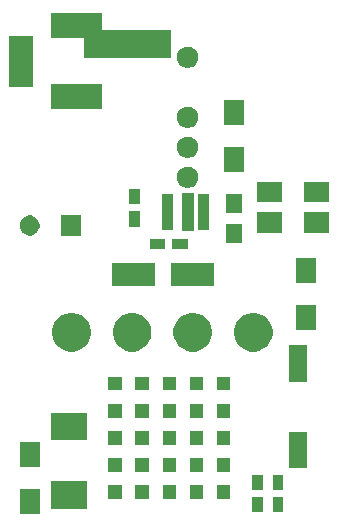
<source format=gts>
G04 #@! TF.GenerationSoftware,KiCad,Pcbnew,5.1.5*
G04 #@! TF.CreationDate,2020-05-16T12:58:33+02:00*
G04 #@! TF.ProjectId,a500_pwr,61353030-5f70-4777-922e-6b696361645f,rev?*
G04 #@! TF.SameCoordinates,Original*
G04 #@! TF.FileFunction,Soldermask,Top*
G04 #@! TF.FilePolarity,Negative*
%FSLAX46Y46*%
G04 Gerber Fmt 4.6, Leading zero omitted, Abs format (unit mm)*
G04 Created by KiCad (PCBNEW 5.1.5) date 2020-05-16 12:58:33*
%MOMM*%
%LPD*%
G04 APERTURE LIST*
%ADD10C,0.100000*%
G04 APERTURE END LIST*
D10*
G36*
X59118600Y-151920400D02*
G01*
X57416600Y-151920400D01*
X57416600Y-149818400D01*
X59118600Y-149818400D01*
X59118600Y-151920400D01*
G37*
G36*
X79648600Y-151791200D02*
G01*
X78796600Y-151791200D01*
X78796600Y-150489200D01*
X79648600Y-150489200D01*
X79648600Y-151791200D01*
G37*
G36*
X77946800Y-151791200D02*
G01*
X77094800Y-151791200D01*
X77094800Y-150489200D01*
X77946800Y-150489200D01*
X77946800Y-151791200D01*
G37*
G36*
X63120600Y-151472600D02*
G01*
X60018600Y-151472600D01*
X60018600Y-149170600D01*
X63120600Y-149170600D01*
X63120600Y-151472600D01*
G37*
G36*
X72928800Y-150633000D02*
G01*
X71766800Y-150633000D01*
X71766800Y-149471000D01*
X72928800Y-149471000D01*
X72928800Y-150633000D01*
G37*
G36*
X75218800Y-150633000D02*
G01*
X74056800Y-150633000D01*
X74056800Y-149471000D01*
X75218800Y-149471000D01*
X75218800Y-150633000D01*
G37*
G36*
X70638800Y-150633000D02*
G01*
X69476800Y-150633000D01*
X69476800Y-149471000D01*
X70638800Y-149471000D01*
X70638800Y-150633000D01*
G37*
G36*
X68348800Y-150633000D02*
G01*
X67186800Y-150633000D01*
X67186800Y-149471000D01*
X68348800Y-149471000D01*
X68348800Y-150633000D01*
G37*
G36*
X66058800Y-150633000D02*
G01*
X64896800Y-150633000D01*
X64896800Y-149471000D01*
X66058800Y-149471000D01*
X66058800Y-150633000D01*
G37*
G36*
X77946800Y-149891200D02*
G01*
X77094800Y-149891200D01*
X77094800Y-148589200D01*
X77946800Y-148589200D01*
X77946800Y-149891200D01*
G37*
G36*
X79648600Y-149891200D02*
G01*
X78796600Y-149891200D01*
X78796600Y-148589200D01*
X79648600Y-148589200D01*
X79648600Y-149891200D01*
G37*
G36*
X68348800Y-148343000D02*
G01*
X67186800Y-148343000D01*
X67186800Y-147181000D01*
X68348800Y-147181000D01*
X68348800Y-148343000D01*
G37*
G36*
X66058800Y-148343000D02*
G01*
X64896800Y-148343000D01*
X64896800Y-147181000D01*
X66058800Y-147181000D01*
X66058800Y-148343000D01*
G37*
G36*
X70638800Y-148343000D02*
G01*
X69476800Y-148343000D01*
X69476800Y-147181000D01*
X70638800Y-147181000D01*
X70638800Y-148343000D01*
G37*
G36*
X72928800Y-148343000D02*
G01*
X71766800Y-148343000D01*
X71766800Y-147181000D01*
X72928800Y-147181000D01*
X72928800Y-148343000D01*
G37*
G36*
X75218800Y-148343000D02*
G01*
X74056800Y-148343000D01*
X74056800Y-147181000D01*
X75218800Y-147181000D01*
X75218800Y-148343000D01*
G37*
G36*
X81737400Y-148051400D02*
G01*
X80165400Y-148051400D01*
X80165400Y-144949400D01*
X81737400Y-144949400D01*
X81737400Y-148051400D01*
G37*
G36*
X59118600Y-147920400D02*
G01*
X57416600Y-147920400D01*
X57416600Y-145818400D01*
X59118600Y-145818400D01*
X59118600Y-147920400D01*
G37*
G36*
X70638800Y-146053000D02*
G01*
X69476800Y-146053000D01*
X69476800Y-144891000D01*
X70638800Y-144891000D01*
X70638800Y-146053000D01*
G37*
G36*
X72928800Y-146053000D02*
G01*
X71766800Y-146053000D01*
X71766800Y-144891000D01*
X72928800Y-144891000D01*
X72928800Y-146053000D01*
G37*
G36*
X66058800Y-146053000D02*
G01*
X64896800Y-146053000D01*
X64896800Y-144891000D01*
X66058800Y-144891000D01*
X66058800Y-146053000D01*
G37*
G36*
X68348800Y-146053000D02*
G01*
X67186800Y-146053000D01*
X67186800Y-144891000D01*
X68348800Y-144891000D01*
X68348800Y-146053000D01*
G37*
G36*
X75218800Y-146053000D02*
G01*
X74056800Y-146053000D01*
X74056800Y-144891000D01*
X75218800Y-144891000D01*
X75218800Y-146053000D01*
G37*
G36*
X63120600Y-145672600D02*
G01*
X60018600Y-145672600D01*
X60018600Y-143370600D01*
X63120600Y-143370600D01*
X63120600Y-145672600D01*
G37*
G36*
X72928800Y-143763000D02*
G01*
X71766800Y-143763000D01*
X71766800Y-142601000D01*
X72928800Y-142601000D01*
X72928800Y-143763000D01*
G37*
G36*
X75218800Y-143763000D02*
G01*
X74056800Y-143763000D01*
X74056800Y-142601000D01*
X75218800Y-142601000D01*
X75218800Y-143763000D01*
G37*
G36*
X66058800Y-143763000D02*
G01*
X64896800Y-143763000D01*
X64896800Y-142601000D01*
X66058800Y-142601000D01*
X66058800Y-143763000D01*
G37*
G36*
X68348800Y-143763000D02*
G01*
X67186800Y-143763000D01*
X67186800Y-142601000D01*
X68348800Y-142601000D01*
X68348800Y-143763000D01*
G37*
G36*
X70638800Y-143763000D02*
G01*
X69476800Y-143763000D01*
X69476800Y-142601000D01*
X70638800Y-142601000D01*
X70638800Y-143763000D01*
G37*
G36*
X70638800Y-141473000D02*
G01*
X69476800Y-141473000D01*
X69476800Y-140311000D01*
X70638800Y-140311000D01*
X70638800Y-141473000D01*
G37*
G36*
X68348800Y-141473000D02*
G01*
X67186800Y-141473000D01*
X67186800Y-140311000D01*
X68348800Y-140311000D01*
X68348800Y-141473000D01*
G37*
G36*
X72928800Y-141473000D02*
G01*
X71766800Y-141473000D01*
X71766800Y-140311000D01*
X72928800Y-140311000D01*
X72928800Y-141473000D01*
G37*
G36*
X75218800Y-141473000D02*
G01*
X74056800Y-141473000D01*
X74056800Y-140311000D01*
X75218800Y-140311000D01*
X75218800Y-141473000D01*
G37*
G36*
X66058800Y-141473000D02*
G01*
X64896800Y-141473000D01*
X64896800Y-140311000D01*
X66058800Y-140311000D01*
X66058800Y-141473000D01*
G37*
G36*
X81737400Y-140751400D02*
G01*
X80165400Y-140751400D01*
X80165400Y-137649400D01*
X81737400Y-137649400D01*
X81737400Y-140751400D01*
G37*
G36*
X62251932Y-134974866D02*
G01*
X62550119Y-135098379D01*
X62550121Y-135098380D01*
X62818483Y-135277694D01*
X63046706Y-135505917D01*
X63046707Y-135505919D01*
X63226021Y-135774281D01*
X63349534Y-136072468D01*
X63412500Y-136389020D01*
X63412500Y-136711780D01*
X63349534Y-137028332D01*
X63226021Y-137326519D01*
X63226020Y-137326521D01*
X63046706Y-137594883D01*
X62818483Y-137823106D01*
X62550121Y-138002420D01*
X62550120Y-138002421D01*
X62550119Y-138002421D01*
X62251932Y-138125934D01*
X61935380Y-138188900D01*
X61612620Y-138188900D01*
X61296068Y-138125934D01*
X60997881Y-138002421D01*
X60997880Y-138002421D01*
X60997879Y-138002420D01*
X60729517Y-137823106D01*
X60501294Y-137594883D01*
X60321980Y-137326521D01*
X60321979Y-137326519D01*
X60198466Y-137028332D01*
X60135500Y-136711780D01*
X60135500Y-136389020D01*
X60198466Y-136072468D01*
X60321979Y-135774281D01*
X60501293Y-135505919D01*
X60501294Y-135505917D01*
X60729517Y-135277694D01*
X60997879Y-135098380D01*
X60997881Y-135098379D01*
X61296068Y-134974866D01*
X61612620Y-134911900D01*
X61935380Y-134911900D01*
X62251932Y-134974866D01*
G37*
G36*
X77641932Y-134974866D02*
G01*
X77940119Y-135098379D01*
X77940121Y-135098380D01*
X78208483Y-135277694D01*
X78436706Y-135505917D01*
X78436707Y-135505919D01*
X78616021Y-135774281D01*
X78739534Y-136072468D01*
X78802500Y-136389020D01*
X78802500Y-136711780D01*
X78739534Y-137028332D01*
X78616021Y-137326519D01*
X78616020Y-137326521D01*
X78436706Y-137594883D01*
X78208483Y-137823106D01*
X77940121Y-138002420D01*
X77940120Y-138002421D01*
X77940119Y-138002421D01*
X77641932Y-138125934D01*
X77325380Y-138188900D01*
X77002620Y-138188900D01*
X76686068Y-138125934D01*
X76387881Y-138002421D01*
X76387880Y-138002421D01*
X76387879Y-138002420D01*
X76119517Y-137823106D01*
X75891294Y-137594883D01*
X75711980Y-137326521D01*
X75711979Y-137326519D01*
X75588466Y-137028332D01*
X75525500Y-136711780D01*
X75525500Y-136389020D01*
X75588466Y-136072468D01*
X75711979Y-135774281D01*
X75891293Y-135505919D01*
X75891294Y-135505917D01*
X76119517Y-135277694D01*
X76387879Y-135098380D01*
X76387881Y-135098379D01*
X76686068Y-134974866D01*
X77002620Y-134911900D01*
X77325380Y-134911900D01*
X77641932Y-134974866D01*
G37*
G36*
X72511932Y-134974866D02*
G01*
X72810119Y-135098379D01*
X72810121Y-135098380D01*
X73078483Y-135277694D01*
X73306706Y-135505917D01*
X73306707Y-135505919D01*
X73486021Y-135774281D01*
X73609534Y-136072468D01*
X73672500Y-136389020D01*
X73672500Y-136711780D01*
X73609534Y-137028332D01*
X73486021Y-137326519D01*
X73486020Y-137326521D01*
X73306706Y-137594883D01*
X73078483Y-137823106D01*
X72810121Y-138002420D01*
X72810120Y-138002421D01*
X72810119Y-138002421D01*
X72511932Y-138125934D01*
X72195380Y-138188900D01*
X71872620Y-138188900D01*
X71556068Y-138125934D01*
X71257881Y-138002421D01*
X71257880Y-138002421D01*
X71257879Y-138002420D01*
X70989517Y-137823106D01*
X70761294Y-137594883D01*
X70581980Y-137326521D01*
X70581979Y-137326519D01*
X70458466Y-137028332D01*
X70395500Y-136711780D01*
X70395500Y-136389020D01*
X70458466Y-136072468D01*
X70581979Y-135774281D01*
X70761293Y-135505919D01*
X70761294Y-135505917D01*
X70989517Y-135277694D01*
X71257879Y-135098380D01*
X71257881Y-135098379D01*
X71556068Y-134974866D01*
X71872620Y-134911900D01*
X72195380Y-134911900D01*
X72511932Y-134974866D01*
G37*
G36*
X67381932Y-134974866D02*
G01*
X67680119Y-135098379D01*
X67680121Y-135098380D01*
X67948483Y-135277694D01*
X68176706Y-135505917D01*
X68176707Y-135505919D01*
X68356021Y-135774281D01*
X68479534Y-136072468D01*
X68542500Y-136389020D01*
X68542500Y-136711780D01*
X68479534Y-137028332D01*
X68356021Y-137326519D01*
X68356020Y-137326521D01*
X68176706Y-137594883D01*
X67948483Y-137823106D01*
X67680121Y-138002420D01*
X67680120Y-138002421D01*
X67680119Y-138002421D01*
X67381932Y-138125934D01*
X67065380Y-138188900D01*
X66742620Y-138188900D01*
X66426068Y-138125934D01*
X66127881Y-138002421D01*
X66127880Y-138002421D01*
X66127879Y-138002420D01*
X65859517Y-137823106D01*
X65631294Y-137594883D01*
X65451980Y-137326521D01*
X65451979Y-137326519D01*
X65328466Y-137028332D01*
X65265500Y-136711780D01*
X65265500Y-136389020D01*
X65328466Y-136072468D01*
X65451979Y-135774281D01*
X65631293Y-135505919D01*
X65631294Y-135505917D01*
X65859517Y-135277694D01*
X66127879Y-135098380D01*
X66127881Y-135098379D01*
X66426068Y-134974866D01*
X66742620Y-134911900D01*
X67065380Y-134911900D01*
X67381932Y-134974866D01*
G37*
G36*
X82461200Y-136375600D02*
G01*
X80759200Y-136375600D01*
X80759200Y-134273600D01*
X82461200Y-134273600D01*
X82461200Y-136375600D01*
G37*
G36*
X73820800Y-132624600D02*
G01*
X70218800Y-132624600D01*
X70218800Y-130722600D01*
X73820800Y-130722600D01*
X73820800Y-132624600D01*
G37*
G36*
X68820800Y-132624600D02*
G01*
X65218800Y-132624600D01*
X65218800Y-130722600D01*
X68820800Y-130722600D01*
X68820800Y-132624600D01*
G37*
G36*
X82461200Y-132375600D02*
G01*
X80759200Y-132375600D01*
X80759200Y-130273600D01*
X82461200Y-130273600D01*
X82461200Y-132375600D01*
G37*
G36*
X69703400Y-129534200D02*
G01*
X68401400Y-129534200D01*
X68401400Y-128682200D01*
X69703400Y-128682200D01*
X69703400Y-129534200D01*
G37*
G36*
X71603400Y-129534200D02*
G01*
X70301400Y-129534200D01*
X70301400Y-128682200D01*
X71603400Y-128682200D01*
X71603400Y-129534200D01*
G37*
G36*
X76241000Y-128974800D02*
G01*
X74889000Y-128974800D01*
X74889000Y-127372800D01*
X76241000Y-127372800D01*
X76241000Y-128974800D01*
G37*
G36*
X58470228Y-126689703D02*
G01*
X58625100Y-126753853D01*
X58764481Y-126846985D01*
X58883015Y-126965519D01*
X58976147Y-127104900D01*
X59040297Y-127259772D01*
X59073000Y-127424184D01*
X59073000Y-127591816D01*
X59040297Y-127756228D01*
X58976147Y-127911100D01*
X58883015Y-128050481D01*
X58764481Y-128169015D01*
X58625100Y-128262147D01*
X58470228Y-128326297D01*
X58305816Y-128359000D01*
X58138184Y-128359000D01*
X57973772Y-128326297D01*
X57818900Y-128262147D01*
X57679519Y-128169015D01*
X57560985Y-128050481D01*
X57467853Y-127911100D01*
X57403703Y-127756228D01*
X57371000Y-127591816D01*
X57371000Y-127424184D01*
X57403703Y-127259772D01*
X57467853Y-127104900D01*
X57560985Y-126965519D01*
X57679519Y-126846985D01*
X57818900Y-126753853D01*
X57973772Y-126689703D01*
X58138184Y-126657000D01*
X58305816Y-126657000D01*
X58470228Y-126689703D01*
G37*
G36*
X62573000Y-128359000D02*
G01*
X60871000Y-128359000D01*
X60871000Y-126657000D01*
X62573000Y-126657000D01*
X62573000Y-128359000D01*
G37*
G36*
X83569000Y-128105000D02*
G01*
X81467000Y-128105000D01*
X81467000Y-126403000D01*
X83569000Y-126403000D01*
X83569000Y-128105000D01*
G37*
G36*
X79569000Y-128105000D02*
G01*
X77467000Y-128105000D01*
X77467000Y-126403000D01*
X79569000Y-126403000D01*
X79569000Y-128105000D01*
G37*
G36*
X72126800Y-127966599D02*
G01*
X71123600Y-127966599D01*
X71123600Y-124763401D01*
X72126800Y-124763401D01*
X72126800Y-127966599D01*
G37*
G36*
X70401800Y-127866600D02*
G01*
X69448600Y-127866600D01*
X69448600Y-124863400D01*
X70401800Y-124863400D01*
X70401800Y-127866600D01*
G37*
G36*
X73451800Y-127866600D02*
G01*
X72498600Y-127866600D01*
X72498600Y-124863400D01*
X73451800Y-124863400D01*
X73451800Y-127866600D01*
G37*
G36*
X67532800Y-127610400D02*
G01*
X66680800Y-127610400D01*
X66680800Y-126308400D01*
X67532800Y-126308400D01*
X67532800Y-127610400D01*
G37*
G36*
X76241000Y-126474800D02*
G01*
X74889000Y-126474800D01*
X74889000Y-124872800D01*
X76241000Y-124872800D01*
X76241000Y-126474800D01*
G37*
G36*
X67532800Y-125710400D02*
G01*
X66680800Y-125710400D01*
X66680800Y-124408400D01*
X67532800Y-124408400D01*
X67532800Y-125710400D01*
G37*
G36*
X83569000Y-125488800D02*
G01*
X81467000Y-125488800D01*
X81467000Y-123786800D01*
X83569000Y-123786800D01*
X83569000Y-125488800D01*
G37*
G36*
X79569000Y-125488800D02*
G01*
X77467000Y-125488800D01*
X77467000Y-123786800D01*
X79569000Y-123786800D01*
X79569000Y-125488800D01*
G37*
G36*
X71713512Y-122523927D02*
G01*
X71862812Y-122553624D01*
X72026784Y-122621544D01*
X72174354Y-122720147D01*
X72299853Y-122845646D01*
X72398456Y-122993216D01*
X72466376Y-123157188D01*
X72501000Y-123331259D01*
X72501000Y-123508741D01*
X72466376Y-123682812D01*
X72398456Y-123846784D01*
X72299853Y-123994354D01*
X72174354Y-124119853D01*
X72026784Y-124218456D01*
X71862812Y-124286376D01*
X71713512Y-124316073D01*
X71688742Y-124321000D01*
X71511258Y-124321000D01*
X71486488Y-124316073D01*
X71337188Y-124286376D01*
X71173216Y-124218456D01*
X71025646Y-124119853D01*
X70900147Y-123994354D01*
X70801544Y-123846784D01*
X70733624Y-123682812D01*
X70699000Y-123508741D01*
X70699000Y-123331259D01*
X70733624Y-123157188D01*
X70801544Y-122993216D01*
X70900147Y-122845646D01*
X71025646Y-122720147D01*
X71173216Y-122621544D01*
X71337188Y-122553624D01*
X71486488Y-122523927D01*
X71511258Y-122519000D01*
X71688742Y-122519000D01*
X71713512Y-122523927D01*
G37*
G36*
X76416000Y-122964400D02*
G01*
X74714000Y-122964400D01*
X74714000Y-120862400D01*
X76416000Y-120862400D01*
X76416000Y-122964400D01*
G37*
G36*
X71713512Y-119983927D02*
G01*
X71862812Y-120013624D01*
X72026784Y-120081544D01*
X72174354Y-120180147D01*
X72299853Y-120305646D01*
X72398456Y-120453216D01*
X72466376Y-120617188D01*
X72501000Y-120791259D01*
X72501000Y-120968741D01*
X72466376Y-121142812D01*
X72398456Y-121306784D01*
X72299853Y-121454354D01*
X72174354Y-121579853D01*
X72026784Y-121678456D01*
X71862812Y-121746376D01*
X71713512Y-121776073D01*
X71688742Y-121781000D01*
X71511258Y-121781000D01*
X71486488Y-121776073D01*
X71337188Y-121746376D01*
X71173216Y-121678456D01*
X71025646Y-121579853D01*
X70900147Y-121454354D01*
X70801544Y-121306784D01*
X70733624Y-121142812D01*
X70699000Y-120968741D01*
X70699000Y-120791259D01*
X70733624Y-120617188D01*
X70801544Y-120453216D01*
X70900147Y-120305646D01*
X71025646Y-120180147D01*
X71173216Y-120081544D01*
X71337188Y-120013624D01*
X71486488Y-119983927D01*
X71511258Y-119979000D01*
X71688742Y-119979000D01*
X71713512Y-119983927D01*
G37*
G36*
X71713512Y-117443927D02*
G01*
X71862812Y-117473624D01*
X72026784Y-117541544D01*
X72174354Y-117640147D01*
X72299853Y-117765646D01*
X72398456Y-117913216D01*
X72466376Y-118077188D01*
X72501000Y-118251259D01*
X72501000Y-118428741D01*
X72466376Y-118602812D01*
X72398456Y-118766784D01*
X72299853Y-118914354D01*
X72174354Y-119039853D01*
X72026784Y-119138456D01*
X71862812Y-119206376D01*
X71713512Y-119236073D01*
X71688742Y-119241000D01*
X71511258Y-119241000D01*
X71486488Y-119236073D01*
X71337188Y-119206376D01*
X71173216Y-119138456D01*
X71025646Y-119039853D01*
X70900147Y-118914354D01*
X70801544Y-118766784D01*
X70733624Y-118602812D01*
X70699000Y-118428741D01*
X70699000Y-118251259D01*
X70733624Y-118077188D01*
X70801544Y-117913216D01*
X70900147Y-117765646D01*
X71025646Y-117640147D01*
X71173216Y-117541544D01*
X71337188Y-117473624D01*
X71486488Y-117443927D01*
X71511258Y-117439000D01*
X71688742Y-117439000D01*
X71713512Y-117443927D01*
G37*
G36*
X76416000Y-118964400D02*
G01*
X74714000Y-118964400D01*
X74714000Y-116862400D01*
X76416000Y-116862400D01*
X76416000Y-118964400D01*
G37*
G36*
X64351000Y-117643600D02*
G01*
X60049000Y-117643600D01*
X60049000Y-115541600D01*
X64351000Y-115541600D01*
X64351000Y-117643600D01*
G37*
G36*
X58551000Y-115743600D02*
G01*
X56449000Y-115743600D01*
X56449000Y-111441600D01*
X58551000Y-111441600D01*
X58551000Y-115743600D01*
G37*
G36*
X71713512Y-112363927D02*
G01*
X71862812Y-112393624D01*
X72026784Y-112461544D01*
X72174354Y-112560147D01*
X72299853Y-112685646D01*
X72398456Y-112833216D01*
X72466376Y-112997188D01*
X72501000Y-113171259D01*
X72501000Y-113348741D01*
X72466376Y-113522812D01*
X72398456Y-113686784D01*
X72299853Y-113834354D01*
X72174354Y-113959853D01*
X72026784Y-114058456D01*
X71862812Y-114126376D01*
X71713512Y-114156073D01*
X71688742Y-114161000D01*
X71511258Y-114161000D01*
X71486488Y-114156073D01*
X71337188Y-114126376D01*
X71173216Y-114058456D01*
X71025646Y-113959853D01*
X70900147Y-113834354D01*
X70801544Y-113686784D01*
X70733624Y-113522812D01*
X70699000Y-113348741D01*
X70699000Y-113171259D01*
X70733624Y-112997188D01*
X70801544Y-112833216D01*
X70900147Y-112685646D01*
X71025646Y-112560147D01*
X71173216Y-112461544D01*
X71337188Y-112393624D01*
X71486488Y-112363927D01*
X71511258Y-112359000D01*
X71688742Y-112359000D01*
X71713512Y-112363927D01*
G37*
G36*
X64351000Y-110822001D02*
G01*
X64353402Y-110846387D01*
X64360515Y-110869836D01*
X64372066Y-110891447D01*
X64387611Y-110910389D01*
X64406553Y-110925934D01*
X64428164Y-110937485D01*
X64451613Y-110944598D01*
X64475999Y-110947000D01*
X70231000Y-110947000D01*
X70231000Y-113335000D01*
X62865000Y-113335000D01*
X62865000Y-111768599D01*
X62862598Y-111744213D01*
X62855485Y-111720764D01*
X62843934Y-111699153D01*
X62828389Y-111680211D01*
X62809447Y-111664666D01*
X62787836Y-111653115D01*
X62764387Y-111646002D01*
X62740001Y-111643600D01*
X60049000Y-111643600D01*
X60049000Y-109541600D01*
X64351000Y-109541600D01*
X64351000Y-110822001D01*
G37*
M02*

</source>
